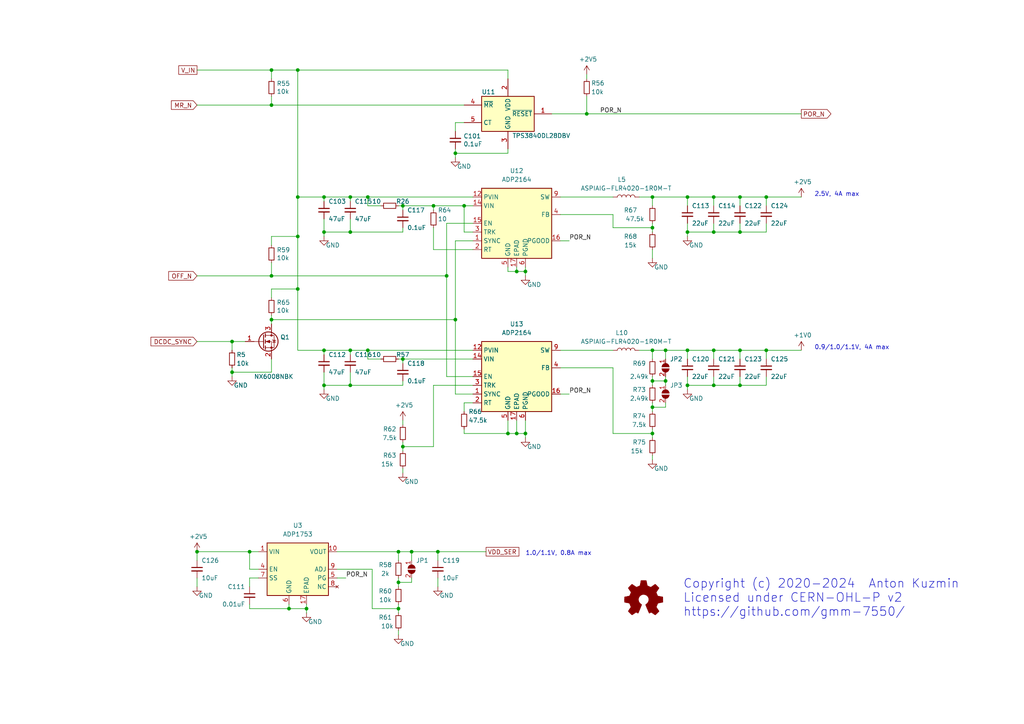
<source format=kicad_sch>
(kicad_sch (version 20230121) (generator eeschema)
  (paper "A4")
  (title_block (title "GateMate FPGA Module: GMM-7550") (date "2022-04-27") (rev "2.2"))
  (lib_symbols
    (symbol "Device:C_Small" (pin_numbers hide) (pin_names (offset 0.254) hide)
      (property "Reference" "C" (at 0.254 1.778 0))
      (property "Value" "Device_C_Small" (at 0.254 -2.032 0))
      (symbol "C_Small_0_1"
        (polyline (pts (xy -1.524 -0.508) (xy 1.524 -0.508)) (stroke (width 0.3302)))
        (polyline (pts (xy -1.524 0.508) (xy 1.524 0.508)) (stroke (width 0.3048)))
      )
      (symbol "C_Small_1_1"
        (pin passive line (at 0 2.54 270) (length 2.032) (name "~") (number "1"))
        (pin passive line (at 0 -2.54 90) (length 2.032) (name "~") (number "2"))
      )
    )
    (symbol "Device:L" (pin_numbers hide) (pin_names (offset 1.016) hide)
      (property "Reference" "L" (at -1.27 0 90))
      (property "Value" "Device_L" (at 1.905 0 90))
      (symbol "L_0_1"
        (arc (start 0 -2.54) (mid 0.6323 -1.905) (end 0 -1.27))
        (arc (start 0 -1.27) (mid 0.6323 -0.635) (end 0 0))
        (arc (start 0 0) (mid 0.6323 0.635) (end 0 1.27))
        (arc (start 0 1.27) (mid 0.6323 1.905) (end 0 2.54))
      )
      (symbol "L_1_1"
        (pin passive line (at 0 3.81 270) (length 1.27) (name "1") (number "1"))
        (pin passive line (at 0 -3.81 90) (length 1.27) (name "2") (number "2"))
      )
    )
    (symbol "Device:Q_NMOS_GSD" (pin_names (offset 0) hide)
      (property "Reference" "Q" (at 5.08 1.27 0))
      (property "Value" "Q_NMOS_GSD" (at 5.08 -1.27 0))
      (symbol "Q_NMOS_GSD_0_1"
        (polyline (pts (xy 0.254 0) (xy -2.54 0)))
        (polyline (pts (xy 0.254 1.905) (xy 0.254 -1.905)) (stroke (width 0.254)))
        (polyline (pts (xy 0.762 -1.27) (xy 0.762 -2.286)) (stroke (width 0.254)))
        (polyline (pts (xy 0.762 0.508) (xy 0.762 -0.508)) (stroke (width 0.254)))
        (polyline (pts (xy 0.762 2.286) (xy 0.762 1.27)) (stroke (width 0.254)))
        (polyline (pts (xy 2.54 2.54) (xy 2.54 1.778)))
        (polyline (pts (xy 2.54 -2.54) (xy 2.54 0) (xy 0.762 0)))
        (polyline (pts (xy 0.762 -1.778) (xy 3.302 -1.778) (xy 3.302 1.778) (xy 0.762 1.778)))
        (polyline (pts (xy 1.016 0) (xy 2.032 0.381) (xy 2.032 -0.381) (xy 1.016 0)) (fill (type outline)))
        (polyline (pts (xy 2.794 0.508) (xy 2.921 0.381) (xy 3.683 0.381) (xy 3.81 0.254)))
        (polyline (pts (xy 3.302 0.381) (xy 2.921 -0.254) (xy 3.683 -0.254) (xy 3.302 0.381)))
        (circle (center 1.651 0) (radius 2.794) (stroke (width 0.254)))
        (circle (center 2.54 -1.778) (radius 0.254) (fill (type outline)))
        (circle (center 2.54 1.778) (radius 0.254) (fill (type outline)))
      )
      (symbol "Q_NMOS_GSD_1_1"
        (pin input line (at -5.08 0 0) (length 2.54) (name "G") (number "1"))
        (pin passive line (at 2.54 -5.08 90) (length 2.54) (name "S") (number "2"))
        (pin passive line (at 2.54 5.08 270) (length 2.54) (name "D") (number "3"))
      )
    )
    (symbol "Device:R_Small" (pin_numbers hide) (pin_names (offset 0.254) hide)
      (property "Reference" "R" (at 0.762 0.508 0))
      (property "Value" "Device_R_Small" (at 0.762 -1.016 0))
      (symbol "R_Small_0_1"
        (rectangle (start -0.762 1.778) (end 0.762 -1.778) (stroke (width 0.2032)))
      )
      (symbol "R_Small_1_1"
        (pin passive line (at 0 2.54 270) (length 0.762) (name "~") (number "1"))
        (pin passive line (at 0 -2.54 90) (length 0.762) (name "~") (number "2"))
      )
    )
    (symbol "Graphic:Logo_Open_Hardware_Small" (pin_names (offset 1.016))
      (symbol "Logo_Open_Hardware_Small_0_1"
        (polyline (pts (xy 3.3528 -4.3434) (xy 3.302 -4.318) (xy 3.175 -4.2418) (xy 2.9972 -4.1148) (xy 2.7686 -3.9624) (xy 2.54 -3.81) (xy 2.3622 -3.7084) (xy 2.2352 -3.6068) (xy 2.1844 -3.5814) (xy 2.159 -3.6068) (xy 2.0574 -3.6576) (xy 1.905 -3.7338) (xy 1.8034 -3.7846) (xy 1.6764 -3.8354) (xy 1.6002 -3.8354) (xy 1.6002 -3.8354) (xy 1.5494 -3.7338) (xy 1.4732 -3.5306) (xy 1.3462 -3.302) (xy 1.2446 -3.0226) (xy 1.1176 -2.7178) (xy 0.9652 -2.413) (xy 0.8636 -2.1082) (xy 0.7366 -1.8288) (xy 0.6604 -1.6256) (xy 0.6096 -1.4732) (xy 0.5842 -1.397) (xy 0.5842 -1.397) (xy 0.6604 -1.3208) (xy 0.7874 -1.2446) (xy 1.0414 -1.016) (xy 1.2954 -0.6858) (xy 1.4478 -0.3302) (xy 1.524 0.0762) (xy 1.4732 0.4572) (xy 1.3208 0.8128) (xy 1.0668 1.143) (xy 0.762 1.3716) (xy 0.4064 1.524) (xy 0 1.5748) (xy -0.381 1.5494) (xy -0.7366 1.397) (xy -1.0668 1.143) (xy -1.2192 0.9906) (xy -1.397 0.6604) (xy -1.524 0.3048) (xy -1.524 0.2286) (xy -1.4986 -0.1778) (xy -1.397 -0.5334) (xy -1.1938 -0.8636) (xy -0.9144 -1.143) (xy -0.8636 -1.1684) (xy -0.7366 -1.27) (xy -0.635 -1.3462) (xy -0.5842 -1.397) (xy -1.0668 -2.5908) (xy -1.143 -2.794) (xy -1.2954 -3.1242) (xy -1.397 -3.4036) (xy -1.4986 -3.6322) (xy -1.5748 -3.7846) (xy -1.6002 -3.8354) (xy -1.6002 -3.8354) (xy -1.651 -3.8354) (xy -1.7272 -3.81) (xy -1.905 -3.7338) (xy -2.0066 -3.683) (xy -2.1336 -3.6068) (xy -2.2098 -3.5814) (xy -2.2606 -3.6068) (xy -2.3622 -3.683) (xy -2.54 -3.81) (xy -2.7686 -3.9624) (xy -2.9718 -4.0894) (xy -3.1496 -4.2164) (xy -3.302 -4.318) (xy -3.3528 -4.3434) (xy -3.3782 -4.3434) (xy -3.429 -4.318) (xy -3.5306 -4.2164) (xy -3.7084 -4.064) (xy -3.937 -3.8354) (xy -3.9624 -3.81) (xy -4.1656 -3.6068) (xy -4.318 -3.4544) (xy -4.4196 -3.3274) (xy -4.445 -3.2766) (xy -4.445 -3.2766) (xy -4.4196 -3.2258) (xy -4.318 -3.0734) (xy -4.2164 -2.8956) (xy -4.064 -2.667) (xy -3.6576 -2.0828) (xy -3.8862 -1.5494) (xy -3.937 -1.3716) (xy -4.0386 -1.1684) (xy -4.0894 -1.0414) (xy -4.1148 -0.9652) (xy -4.191 -0.9398) (xy -4.318 -0.9144) (xy -4.5466 -0.8636) (xy -4.8006 -0.8128) (xy -5.0546 -0.7874) (xy -5.2578 -0.7366) (xy -5.4356 -0.7112) (xy -5.5118 -0.6858) (xy -5.5118 -0.6858) (xy -5.5372 -0.635) (xy -5.5372 -0.5588) (xy -5.5372 -0.4318) (xy -5.5626 -0.2286) (xy -5.5626 0.0762) (xy -5.5626 0.127) (xy -5.5372 0.4064) (xy -5.5372 0.635) (xy -5.5372 0.762) (xy -5.5372 0.8382) (xy -5.5372 0.8382) (xy -5.461 0.8382) (xy -5.3086 0.889) (xy -5.08 0.9144) (xy -4.826 0.9652) (xy -4.8006 0.9906) (xy -4.5466 1.0414) (xy -4.318 1.0668) (xy -4.1656 1.1176) (xy -4.0894 1.143) (xy -4.0894 1.143) (xy -4.0386 1.2446) (xy -3.9624 1.4224) (xy -3.8608 1.6256) (xy -3.7846 1.8288) (xy -3.7084 2.0066) (xy -3.6576 2.159) (xy -3.6322 2.2098) (xy -3.6322 2.2098) (xy -3.683 2.286) (xy -3.7592 2.413) (xy -3.8862 2.5908) (xy -4.064 2.8194) (xy -4.064 2.8448) (xy -4.2164 3.0734) (xy -4.3434 3.2512) (xy -4.4196 3.3782) (xy -4.445 3.4544) (xy -4.445 3.4544) (xy -4.3942 3.5052) (xy -4.2926 3.6322) (xy -4.1148 3.81) (xy -3.937 4.0132) (xy -3.8608 4.064) (xy -3.6576 4.2926) (xy -3.5052 4.4196) (xy -3.4036 4.4958) (xy -3.3528 4.5212) (xy -3.3528 4.5212) (xy -3.302 4.4704) (xy -3.1496 4.3688) (xy -2.9718 4.2418) (xy -2.7432 4.0894) (xy -2.7178 4.0894) (xy -2.4892 3.937) (xy -2.3114 3.81) (xy -2.1844 3.7084) (xy -2.1336 3.683) (xy -2.1082 3.683) (xy -2.032 3.7084) (xy -1.8542 3.7592) (xy -1.6764 3.8354) (xy -1.4732 3.937) (xy -1.27 4.0132) (xy -1.143 4.064) (xy -1.0668 4.1148) (xy -1.0668 4.1148) (xy -1.0414 4.191) (xy -1.016 4.3434) (xy -0.9652 4.572) (xy -0.9144 4.8514) (xy -0.889 4.9022) (xy -0.8382 5.1562) (xy -0.8128 5.3848) (xy -0.7874 5.5372) (xy -0.762 5.588) (xy -0.7112 5.6134) (xy -0.5842 5.6134) (xy -0.4064 5.6134) (xy -0.1524 5.6134) (xy 0.0762 5.6134) (xy 0.3302 5.6134) (xy 0.5334 5.6134) (xy 0.6858 5.588) (xy 0.7366 5.588) (xy 0.7366 5.588) (xy 0.762 5.5118) (xy 0.8128 5.334) (xy 0.8382 5.1054) (xy 0.9144 4.826) (xy 0.9144 4.7752) (xy 0.9652 4.5212) (xy 1.016 4.2926) (xy 1.0414 4.1402) (xy 1.0668 4.0894) (xy 1.0668 4.0894) (xy 1.1938 4.0386) (xy 1.3716 3.9624) (xy 1.5748 3.8608) (xy 2.0828 3.6576) (xy 2.7178 4.0894) (xy 2.7686 4.1402) (xy 2.9972 4.2926) (xy 3.175 4.4196) (xy 3.302 4.4958) (xy 3.3782 4.5212) (xy 3.3782 4.5212) (xy 3.429 4.4704) (xy 3.556 4.3434) (xy 3.7338 4.191) (xy 3.9116 3.9878) (xy 4.064 3.8354) (xy 4.2418 3.6576) (xy 4.3434 3.556) (xy 4.4196 3.4798) (xy 4.4196 3.429) (xy 4.4196 3.4036) (xy 4.3942 3.3274) (xy 4.2926 3.2004) (xy 4.1656 2.9972) (xy 4.0132 2.794) (xy 3.8862 2.5908) (xy 3.7592 2.3876) (xy 3.6576 2.2352) (xy 3.6322 2.159) (xy 3.6322 2.1336) (xy 3.683 2.0066) (xy 3.7592 1.8288) (xy 3.8608 1.6002) (xy 4.064 1.1176) (xy 4.3942 1.0414) (xy 4.5974 1.016) (xy 4.8768 0.9652) (xy 5.1308 0.9144) (xy 5.5372 0.8382) (xy 5.5626 -0.6604) (xy 5.4864 -0.6858) (xy 5.4356 -0.6858) (xy 5.2832 -0.7366) (xy 5.0546 -0.762) (xy 4.8006 -0.8128) (xy 4.5974 -0.8636) (xy 4.3688 -0.9144) (xy 4.2164 -0.9398) (xy 4.1402 -0.9398) (xy 4.1148 -0.9652) (xy 4.064 -1.0668) (xy 3.9878 -1.2446) (xy 3.9116 -1.4478) (xy 3.81 -1.651) (xy 3.7338 -1.8542) (xy 3.683 -2.0066) (xy 3.6576 -2.0828) (xy 3.683 -2.1336) (xy 3.7846 -2.2606) (xy 3.8862 -2.4638) (xy 4.0386 -2.667) (xy 4.191 -2.8956) (xy 4.318 -3.0734) (xy 4.3942 -3.2004) (xy 4.445 -3.2766) (xy 4.4196 -3.3274) (xy 4.3434 -3.429) (xy 4.1656 -3.5814) (xy 3.937 -3.8354) (xy 3.8862 -3.8608) (xy 3.683 -4.064) (xy 3.5306 -4.2164) (xy 3.4036 -4.318) (xy 3.3528 -4.3434)) (fill (type outline)))
      )
    )
    (symbol "gmm:SolderJumper_2_Open_Small" (pin_names (offset 1.016))
      (property "Reference" "JP" (at 0 2.54 0))
      (property "Value" "SolderJumper_2_Open_Small" (at 0 -2.54 0))
      (symbol "SolderJumper_2_Open_Small_1_1"
        (arc (start -0.254 1.016) (mid -1.2656 0) (end -0.254 -1.016))
        (arc (start -0.254 1.016) (mid -1.2656 0) (end -0.254 -1.016) (fill (type outline)))
        (polyline (pts (xy -0.254 1.016) (xy -0.254 -1.016)))
        (polyline (pts (xy 0.254 1.016) (xy 0.254 -1.016)))
        (arc (start 0.254 -1.016) (mid 1.2656 0) (end 0.254 1.016))
        (arc (start 0.254 -1.016) (mid 1.2656 0) (end 0.254 1.016) (fill (type outline)))
        (pin passive line (at -2.54 0 0) (length 1.27) (name "~") (number "1"))
        (pin passive line (at 2.54 0 180) (length 1.27) (name "~") (number "2"))
      )
    )
    (symbol "gmm:TPS3840DLxxDBV"
      (property "Reference" "U" (at 0 0 0))
      (property "Value" "TPS3840DLxxDBV" (at 0 0 0))
      (symbol "TPS3840DLxxDBV_0_1"
        (rectangle (start -7.62 5.08) (end 7.62 -5.08) (stroke (width 0.254)) (fill (type background)))
      )
      (symbol "TPS3840DLxxDBV_1_1"
        (pin open_collector line (at 12.7 0 180) (length 5.08) (name "~{RESET}") (number "1"))
        (pin power_in line (at 0 10.16 270) (length 5.08) (name "VDD") (number "2"))
        (pin power_in line (at 0 -10.16 90) (length 5.08) (name "GND") (number "3"))
        (pin input line (at -12.7 2.54 0) (length 5.08) (name "~{MR}") (number "4"))
        (pin passive line (at -12.7 -2.54 0) (length 5.08) (name "CT") (number "5"))
      )
    )
    (symbol "gmm_v6:ADP1753"
      (property "Reference" "U" (at 0 0 0))
      (property "Value" "ADP1753" (at 0 0 0))
      (symbol "ADP1753_0_1"
        (rectangle (start -8.89 7.62) (end 8.89 -7.62) (stroke (width 0.254)) (fill (type background)))
      )
      (symbol "ADP1753_1_1"
        (pin power_in line (at -11.43 5.08 0) (length 2.54) (name "VIN") (number "1"))
        (pin power_out line (at 11.43 5.08 180) (length 2.54) (name "VOUT") (number "10"))
        (pin passive line (at 11.43 5.08 180) (length 2.54) hide (name "VOUT") (number "11"))
        (pin passive line (at 11.43 5.08 180) (length 2.54) hide (name "VOUT") (number "12"))
        (pin passive line (at 11.43 5.08 180) (length 2.54) hide (name "VOUT") (number "13"))
        (pin passive line (at 11.43 5.08 180) (length 2.54) hide (name "VOUT") (number "14"))
        (pin passive line (at -11.43 5.08 0) (length 2.54) hide (name "VIN") (number "15"))
        (pin passive line (at -11.43 5.08 0) (length 2.54) hide (name "VIN") (number "16"))
        (pin power_in line (at 2.54 -10.16 90) (length 2.54) (name "EPAD") (number "17"))
        (pin passive line (at -11.43 5.08 0) (length 2.54) hide (name "VIN") (number "2"))
        (pin passive line (at -11.43 5.08 0) (length 2.54) hide (name "VIN") (number "3"))
        (pin input line (at -11.43 0 0) (length 2.54) (name "EN") (number "4"))
        (pin open_collector line (at 11.43 -2.54 180) (length 2.54) (name "PG") (number "5"))
        (pin power_in line (at -2.54 -10.16 90) (length 2.54) (name "GND") (number "6"))
        (pin passive line (at -11.43 -2.54 0) (length 2.54) (name "SS") (number "7"))
        (pin no_connect line (at 11.43 -5.08 180) (length 2.54) (name "NC") (number "8"))
        (pin passive line (at 11.43 0 180) (length 2.54) (name "ADJ") (number "9"))
      )
    )
    (symbol "gmm_v6:ADP2164"
      (property "Reference" "U" (at 0 0 0))
      (property "Value" "ADP2164" (at 0 0 0))
      (symbol "ADP2164_0_1"
        (rectangle (start -10.16 10.16) (end 10.16 -10.16) (stroke (width 0.254)) (fill (type background)))
      )
      (symbol "ADP2164_1_1"
        (pin input line (at -12.7 -5.08 0) (length 2.54) (name "SYNC") (number "1"))
        (pin passive line (at 12.7 7.62 180) (length 2.54) hide (name "SW") (number "10"))
        (pin passive line (at 12.7 7.62 180) (length 2.54) hide (name "SW") (number "11"))
        (pin power_in line (at -12.7 7.62 0) (length 2.54) (name "PVIN") (number "12"))
        (pin passive line (at -12.7 7.62 0) (length 2.54) hide (name "PVIN") (number "13"))
        (pin passive line (at -12.7 5.08 0) (length 2.54) (name "VIN") (number "14"))
        (pin input line (at -12.7 0 0) (length 2.54) (name "EN") (number "15"))
        (pin open_collector line (at 12.7 -5.08 180) (length 2.54) (name "PGOOD") (number "16"))
        (pin power_in line (at 0 -12.7 90) (length 2.54) (name "EPAD") (number "17"))
        (pin input line (at -12.7 -7.62 0) (length 2.54) (name "RT") (number "2"))
        (pin input line (at -12.7 -2.54 0) (length 2.54) (name "TRK") (number "3"))
        (pin passive line (at 12.7 2.54 180) (length 2.54) (name "FB") (number "4"))
        (pin power_in line (at -2.54 -12.7 90) (length 2.54) (name "GND") (number "5"))
        (pin power_in line (at 2.54 -12.7 90) (length 2.54) (name "PGND") (number "6"))
        (pin passive line (at 2.54 -12.7 90) (length 2.54) hide (name "PGND") (number "7"))
        (pin passive line (at 2.54 -12.7 90) (length 2.54) hide (name "PGND") (number "8"))
        (pin passive line (at 12.7 7.62 180) (length 2.54) (name "SW") (number "9"))
      )
    )
    (symbol "power:+1V0" (power) (pin_names (offset 0))
      (property "Value" "power_+1V0" (at 0 3.556 0))
      (symbol "+1V0_0_1"
        (polyline (pts (xy -0.762 1.27) (xy 0 2.54)))
        (polyline (pts (xy 0 0) (xy 0 2.54)))
        (polyline (pts (xy 0 2.54) (xy 0.762 1.27)))
      )
      (symbol "+1V0_1_1"
        (pin power_in line (at 0 0 90) (length 0) hide (name "+1V0") (number "1"))
      )
    )
    (symbol "power:+2V5" (power) (pin_names (offset 0))
      (property "Value" "power_+2V5" (at 0 3.556 0))
      (symbol "+2V5_0_1"
        (polyline (pts (xy -0.762 1.27) (xy 0 2.54)))
        (polyline (pts (xy 0 0) (xy 0 2.54)))
        (polyline (pts (xy 0 2.54) (xy 0.762 1.27)))
      )
      (symbol "+2V5_1_1"
        (pin power_in line (at 0 0 90) (length 0) hide (name "+2V5") (number "1"))
      )
    )
    (symbol "power:GND" (power) (pin_names (offset 0))
      (property "Value" "power_GND" (at 0 -3.81 0))
      (symbol "GND_0_1"
        (polyline (pts (xy 0 0) (xy 0 -1.27) (xy 1.27 -1.27) (xy 0 -2.54) (xy -1.27 -1.27) (xy 0 -1.27)))
      )
      (symbol "GND_1_1"
        (pin power_in line (at 0 0 270) (length 0) hide (name "GND") (number "1"))
      )
    )
  )
  (junction (at 129.54 80.01))
  (junction (at 106.68 57.15))
  (junction (at 93.98 111.76))
  (junction (at 67.31 99.06))
  (junction (at 214.63 67.31))
  (junction (at 67.31 107.95))
  (junction (at 78.74 80.01))
  (junction (at 86.36 68.58))
  (junction (at 207.01 67.31))
  (junction (at 78.74 92.71))
  (junction (at 72.39 160.02))
  (junction (at 170.18 33.02))
  (junction (at 106.68 101.6))
  (junction (at 189.23 118.11))
  (junction (at 152.4 125.73))
  (junction (at 115.57 168.91))
  (junction (at 199.39 57.15))
  (junction (at 101.6 67.31))
  (junction (at 86.36 83.82))
  (junction (at 86.36 20.32))
  (junction (at 189.23 101.6))
  (junction (at 214.63 111.76))
  (junction (at 149.86 125.73))
  (junction (at 101.6 111.76))
  (junction (at 147.32 125.73))
  (junction (at 78.74 30.48))
  (junction (at 199.39 101.6))
  (junction (at 189.23 57.15))
  (junction (at 57.15 160.02))
  (junction (at 207.01 57.15))
  (junction (at 101.6 101.6))
  (junction (at 83.82 176.53))
  (junction (at 207.01 101.6))
  (junction (at 93.98 67.31))
  (junction (at 199.39 67.31))
  (junction (at 207.01 111.76))
  (junction (at 222.25 57.15))
  (junction (at 134.62 59.69))
  (junction (at 152.4 78.74))
  (junction (at 116.84 59.69))
  (junction (at 115.57 176.53))
  (junction (at 115.57 160.02))
  (junction (at 189.23 125.73))
  (junction (at 132.08 44.45))
  (junction (at 116.84 129.54))
  (junction (at 214.63 57.15))
  (junction (at 132.08 92.71))
  (junction (at 78.74 20.32))
  (junction (at 86.36 57.15))
  (junction (at 116.84 104.14))
  (junction (at 93.98 57.15))
  (junction (at 193.04 110.49))
  (junction (at 222.25 101.6))
  (junction (at 101.6 57.15))
  (junction (at 189.23 66.04))
  (junction (at 127 160.02))
  (junction (at 189.23 110.49))
  (junction (at 119.38 160.02))
  (junction (at 199.39 111.76))
  (junction (at 214.63 101.6))
  (junction (at 193.04 101.6))
  (junction (at 88.9 176.53))
  (junction (at 93.98 101.6))
  (junction (at 125.73 59.69))
  (junction (at 149.86 78.74))
  (wire (pts (xy 199.39 57.15) (xy 207.01 57.15)))
  (wire (pts (xy 134.62 116.84) (xy 137.16 116.84)))
  (wire (pts (xy 125.73 66.04) (xy 125.73 72.39)))
  (wire (pts (xy 214.63 57.15) (xy 222.25 57.15)))
  (wire (pts (xy 199.39 111.76) (xy 199.39 113.03)))
  (wire (pts (xy 72.39 175.26) (xy 72.39 176.53)))
  (wire (pts (xy 189.23 110.49) (xy 193.04 110.49)))
  (wire (pts (xy 207.01 109.22) (xy 207.01 111.76)))
  (wire (pts (xy 207.01 101.6) (xy 214.63 101.6)))
  (wire (pts (xy 101.6 67.31) (xy 116.84 67.31)))
  (wire (pts (xy 106.68 101.6) (xy 106.68 104.14)))
  (wire (pts (xy 132.08 38.1) (xy 132.08 35.56)))
  (wire (pts (xy 134.62 59.69) (xy 137.16 59.69)))
  (wire (pts (xy 214.63 101.6) (xy 214.63 104.14)))
  (wire (pts (xy 78.74 91.44) (xy 78.74 92.71)))
  (wire (pts (xy 199.39 64.77) (xy 199.39 67.31)))
  (wire (pts (xy 83.82 176.53) (xy 88.9 176.53)))
  (wire (pts (xy 127 160.02) (xy 140.97 160.02)))
  (wire (pts (xy 185.42 101.6) (xy 189.23 101.6)))
  (wire (pts (xy 107.95 165.1) (xy 107.95 176.53)))
  (wire (pts (xy 129.54 64.77) (xy 129.54 80.01)))
  (wire (pts (xy 101.6 101.6) (xy 101.6 102.87)))
  (wire (pts (xy 101.6 101.6) (xy 106.68 101.6)))
  (wire (pts (xy 147.32 20.32) (xy 147.32 22.86)))
  (wire (pts (xy 152.4 121.92) (xy 152.4 125.73)))
  (wire (pts (xy 132.08 92.71) (xy 132.08 114.3)))
  (wire (pts (xy 193.04 109.22) (xy 193.04 110.49)))
  (wire (pts (xy 86.36 57.15) (xy 86.36 20.32)))
  (wire (pts (xy 57.15 30.48) (xy 78.74 30.48)))
  (wire (pts (xy 115.57 167.64) (xy 115.57 168.91)))
  (wire (pts (xy 88.9 176.53) (xy 88.9 177.8)))
  (wire (pts (xy 72.39 160.02) (xy 74.93 160.02)))
  (wire (pts (xy 207.01 101.6) (xy 207.01 104.14)))
  (wire (pts (xy 199.39 111.76) (xy 207.01 111.76)))
  (wire (pts (xy 134.62 124.46) (xy 134.62 125.73)))
  (wire (pts (xy 170.18 21.59) (xy 170.18 22.86)))
  (wire (pts (xy 106.68 57.15) (xy 137.16 57.15)))
  (wire (pts (xy 125.73 111.76) (xy 137.16 111.76)))
  (wire (pts (xy 125.73 129.54) (xy 125.73 111.76)))
  (wire (pts (xy 86.36 20.32) (xy 147.32 20.32)))
  (wire (pts (xy 72.39 167.64) (xy 74.93 167.64)))
  (wire (pts (xy 78.74 30.48) (xy 134.62 30.48)))
  (wire (pts (xy 78.74 27.94) (xy 78.74 30.48)))
  (wire (pts (xy 214.63 67.31) (xy 222.25 67.31)))
  (wire (pts (xy 93.98 101.6) (xy 101.6 101.6)))
  (wire (pts (xy 129.54 80.01) (xy 129.54 109.22)))
  (wire (pts (xy 127 160.02) (xy 119.38 160.02)))
  (wire (pts (xy 199.39 101.6) (xy 199.39 104.14)))
  (wire (pts (xy 78.74 68.58) (xy 86.36 68.58)))
  (wire (pts (xy 78.74 20.32) (xy 86.36 20.32)))
  (wire (pts (xy 185.42 57.15) (xy 189.23 57.15)))
  (wire (pts (xy 101.6 57.15) (xy 106.68 57.15)))
  (wire (pts (xy 106.68 59.69) (xy 110.49 59.69)))
  (wire (pts (xy 116.84 110.49) (xy 116.84 111.76)))
  (wire (pts (xy 214.63 101.6) (xy 222.25 101.6)))
  (wire (pts (xy 222.25 64.77) (xy 222.25 67.31)))
  (wire (pts (xy 207.01 57.15) (xy 214.63 57.15)))
  (wire (pts (xy 115.57 175.26) (xy 115.57 176.53)))
  (wire (pts (xy 189.23 66.04) (xy 189.23 67.31)))
  (wire (pts (xy 78.74 86.36) (xy 78.74 83.82)))
  (wire (pts (xy 78.74 68.58) (xy 78.74 71.12)))
  (wire (pts (xy 207.01 64.77) (xy 207.01 67.31)))
  (wire (pts (xy 189.23 125.73) (xy 189.23 127)))
  (wire (pts (xy 78.74 80.01) (xy 129.54 80.01)))
  (wire (pts (xy 72.39 170.18) (xy 72.39 167.64)))
  (wire (pts (xy 86.36 83.82) (xy 86.36 101.6)))
  (wire (pts (xy 132.08 35.56) (xy 134.62 35.56)))
  (wire (pts (xy 129.54 64.77) (xy 137.16 64.77)))
  (wire (pts (xy 149.86 77.47) (xy 149.86 78.74)))
  (wire (pts (xy 78.74 83.82) (xy 86.36 83.82)))
  (wire (pts (xy 93.98 107.95) (xy 93.98 111.76)))
  (wire (pts (xy 214.63 111.76) (xy 222.25 111.76)))
  (wire (pts (xy 134.62 67.31) (xy 134.62 59.69)))
  (wire (pts (xy 115.57 160.02) (xy 115.57 162.56)))
  (wire (pts (xy 152.4 78.74) (xy 152.4 80.01)))
  (wire (pts (xy 101.6 57.15) (xy 101.6 58.42)))
  (wire (pts (xy 57.15 160.02) (xy 72.39 160.02)))
  (wire (pts (xy 162.56 114.3) (xy 165.1 114.3)))
  (wire (pts (xy 177.8 106.68) (xy 177.8 125.73)))
  (wire (pts (xy 93.98 101.6) (xy 86.36 101.6)))
  (wire (pts (xy 189.23 116.84) (xy 189.23 118.11)))
  (wire (pts (xy 222.25 101.6) (xy 232.41 101.6)))
  (wire (pts (xy 222.25 101.6) (xy 222.25 104.14)))
  (wire (pts (xy 222.25 57.15) (xy 222.25 59.69)))
  (wire (pts (xy 106.68 57.15) (xy 106.68 59.69)))
  (wire (pts (xy 149.86 125.73) (xy 152.4 125.73)))
  (wire (pts (xy 57.15 20.32) (xy 78.74 20.32)))
  (wire (pts (xy 93.98 102.87) (xy 93.98 101.6)))
  (wire (pts (xy 106.68 104.14) (xy 110.49 104.14)))
  (wire (pts (xy 177.8 66.04) (xy 189.23 66.04)))
  (wire (pts (xy 93.98 57.15) (xy 101.6 57.15)))
  (wire (pts (xy 129.54 109.22) (xy 137.16 109.22)))
  (wire (pts (xy 107.95 176.53) (xy 115.57 176.53)))
  (wire (pts (xy 57.15 162.56) (xy 57.15 160.02)))
  (wire (pts (xy 214.63 57.15) (xy 214.63 59.69)))
  (wire (pts (xy 72.39 165.1) (xy 72.39 160.02)))
  (wire (pts (xy 97.79 160.02) (xy 115.57 160.02)))
  (wire (pts (xy 162.56 106.68) (xy 177.8 106.68)))
  (wire (pts (xy 93.98 58.42) (xy 93.98 57.15)))
  (wire (pts (xy 189.23 57.15) (xy 199.39 57.15)))
  (wire (pts (xy 214.63 109.22) (xy 214.63 111.76)))
  (wire (pts (xy 97.79 167.64) (xy 100.33 167.64)))
  (wire (pts (xy 193.04 101.6) (xy 199.39 101.6)))
  (wire (pts (xy 67.31 99.06) (xy 71.12 99.06)))
  (wire (pts (xy 78.74 22.86) (xy 78.74 20.32)))
  (wire (pts (xy 67.31 106.68) (xy 67.31 107.95)))
  (wire (pts (xy 152.4 78.74) (xy 152.4 77.47)))
  (wire (pts (xy 116.84 104.14) (xy 137.16 104.14)))
  (wire (pts (xy 189.23 124.46) (xy 189.23 125.73)))
  (wire (pts (xy 101.6 111.76) (xy 116.84 111.76)))
  (wire (pts (xy 189.23 109.22) (xy 189.23 110.49)))
  (wire (pts (xy 119.38 160.02) (xy 119.38 162.56)))
  (wire (pts (xy 116.84 128.27) (xy 116.84 129.54)))
  (wire (pts (xy 86.36 68.58) (xy 86.36 57.15)))
  (wire (pts (xy 83.82 175.26) (xy 83.82 176.53)))
  (wire (pts (xy 57.15 167.64) (xy 57.15 170.18)))
  (wire (pts (xy 222.25 109.22) (xy 222.25 111.76)))
  (wire (pts (xy 125.73 59.69) (xy 125.73 60.96)))
  (wire (pts (xy 101.6 67.31) (xy 101.6 63.5)))
  (wire (pts (xy 199.39 101.6) (xy 207.01 101.6)))
  (wire (pts (xy 149.86 121.92) (xy 149.86 125.73)))
  (wire (pts (xy 162.56 62.23) (xy 177.8 62.23)))
  (wire (pts (xy 106.68 101.6) (xy 137.16 101.6)))
  (wire (pts (xy 189.23 57.15) (xy 189.23 59.69)))
  (wire (pts (xy 115.57 176.53) (xy 115.57 177.8)))
  (wire (pts (xy 115.57 182.88) (xy 115.57 184.15)))
  (wire (pts (xy 116.84 104.14) (xy 116.84 105.41)))
  (wire (pts (xy 78.74 107.95) (xy 78.74 104.14)))
  (wire (pts (xy 132.08 43.18) (xy 132.08 44.45)))
  (wire (pts (xy 116.84 129.54) (xy 125.73 129.54)))
  (wire (pts (xy 152.4 125.73) (xy 152.4 127)))
  (wire (pts (xy 134.62 125.73) (xy 147.32 125.73)))
  (wire (pts (xy 170.18 27.94) (xy 170.18 33.02)))
  (wire (pts (xy 72.39 176.53) (xy 83.82 176.53)))
  (wire (pts (xy 189.23 118.11) (xy 189.23 119.38)))
  (wire (pts (xy 127 167.64) (xy 127 170.18)))
  (wire (pts (xy 160.02 33.02) (xy 170.18 33.02)))
  (wire (pts (xy 199.39 57.15) (xy 199.39 59.69)))
  (wire (pts (xy 193.04 118.11) (xy 189.23 118.11)))
  (wire (pts (xy 147.32 77.47) (xy 147.32 78.74)))
  (wire (pts (xy 132.08 44.45) (xy 132.08 45.72)))
  (wire (pts (xy 189.23 101.6) (xy 189.23 104.14)))
  (wire (pts (xy 93.98 57.15) (xy 86.36 57.15)))
  (wire (pts (xy 115.57 168.91) (xy 115.57 170.18)))
  (wire (pts (xy 147.32 43.18) (xy 147.32 44.45)))
  (wire (pts (xy 78.74 92.71) (xy 78.74 93.98)))
  (wire (pts (xy 177.8 125.73) (xy 189.23 125.73)))
  (wire (pts (xy 147.32 44.45) (xy 132.08 44.45)))
  (wire (pts (xy 162.56 101.6) (xy 177.8 101.6)))
  (wire (pts (xy 57.15 99.06) (xy 67.31 99.06)))
  (wire (pts (xy 93.98 67.31) (xy 101.6 67.31)))
  (wire (pts (xy 193.04 116.84) (xy 193.04 118.11)))
  (wire (pts (xy 127 162.56) (xy 127 160.02)))
  (wire (pts (xy 222.25 57.15) (xy 232.41 57.15)))
  (wire (pts (xy 189.23 72.39) (xy 189.23 74.93)))
  (wire (pts (xy 57.15 80.01) (xy 78.74 80.01)))
  (wire (pts (xy 101.6 111.76) (xy 101.6 107.95)))
  (wire (pts (xy 119.38 167.64) (xy 119.38 168.91)))
  (wire (pts (xy 115.57 59.69) (xy 116.84 59.69)))
  (wire (pts (xy 93.98 63.5) (xy 93.98 67.31)))
  (wire (pts (xy 93.98 67.31) (xy 93.98 68.58)))
  (wire (pts (xy 214.63 111.76) (xy 207.01 111.76)))
  (wire (pts (xy 132.08 114.3) (xy 137.16 114.3)))
  (wire (pts (xy 189.23 101.6) (xy 193.04 101.6)))
  (wire (pts (xy 116.84 59.69) (xy 125.73 59.69)))
  (wire (pts (xy 119.38 160.02) (xy 115.57 160.02)))
  (wire (pts (xy 116.84 66.04) (xy 116.84 67.31)))
  (wire (pts (xy 199.39 67.31) (xy 199.39 68.58)))
  (wire (pts (xy 132.08 69.85) (xy 132.08 92.71)))
  (wire (pts (xy 199.39 109.22) (xy 199.39 111.76)))
  (wire (pts (xy 177.8 62.23) (xy 177.8 66.04)))
  (wire (pts (xy 116.84 135.89) (xy 116.84 137.16)))
  (wire (pts (xy 116.84 121.92) (xy 116.84 123.19)))
  (wire (pts (xy 67.31 107.95) (xy 78.74 107.95)))
  (wire (pts (xy 78.74 92.71) (xy 132.08 92.71)))
  (wire (pts (xy 147.32 125.73) (xy 149.86 125.73)))
  (wire (pts (xy 152.4 78.74) (xy 149.86 78.74)))
  (wire (pts (xy 67.31 107.95) (xy 67.31 109.22)))
  (wire (pts (xy 189.23 132.08) (xy 189.23 133.35)))
  (wire (pts (xy 67.31 99.06) (xy 67.31 101.6)))
  (wire (pts (xy 193.04 110.49) (xy 193.04 111.76)))
  (wire (pts (xy 199.39 67.31) (xy 207.01 67.31)))
  (wire (pts (xy 147.32 121.92) (xy 147.32 125.73)))
  (wire (pts (xy 132.08 69.85) (xy 137.16 69.85)))
  (wire (pts (xy 119.38 168.91) (xy 115.57 168.91)))
  (wire (pts (xy 115.57 104.14) (xy 116.84 104.14)))
  (wire (pts (xy 86.36 68.58) (xy 86.36 83.82)))
  (wire (pts (xy 125.73 72.39) (xy 137.16 72.39)))
  (wire (pts (xy 74.93 165.1) (xy 72.39 165.1)))
  (wire (pts (xy 162.56 57.15) (xy 177.8 57.15)))
  (wire (pts (xy 134.62 119.38) (xy 134.62 116.84)))
  (wire (pts (xy 170.18 33.02) (xy 232.41 33.02)))
  (wire (pts (xy 149.86 78.74) (xy 147.32 78.74)))
  (wire (pts (xy 137.16 67.31) (xy 134.62 67.31)))
  (wire (pts (xy 207.01 57.15) (xy 207.01 59.69)))
  (wire (pts (xy 93.98 111.76) (xy 93.98 113.03)))
  (wire (pts (xy 93.98 111.76) (xy 101.6 111.76)))
  (wire (pts (xy 116.84 129.54) (xy 116.84 130.81)))
  (wire (pts (xy 193.04 101.6) (xy 193.04 104.14)))
  (wire (pts (xy 162.56 69.85) (xy 165.1 69.85)))
  (wire (pts (xy 97.79 165.1) (xy 107.95 165.1)))
  (wire (pts (xy 189.23 110.49) (xy 189.23 111.76)))
  (wire (pts (xy 116.84 59.69) (xy 116.84 60.96)))
  (wire (pts (xy 78.74 76.2) (xy 78.74 80.01)))
  (wire (pts (xy 125.73 59.69) (xy 134.62 59.69)))
  (wire (pts (xy 214.63 67.31) (xy 207.01 67.31)))
  (wire (pts (xy 189.23 64.77) (xy 189.23 66.04)))
  (wire (pts (xy 214.63 64.77) (xy 214.63 67.31)))
  (wire (pts (xy 88.9 175.26) (xy 88.9 176.53)))
  (text "2.5V, 4A max" (at 236.22 57.15 0) (effects (font (size 1.27 1.27)) (justify left bottom)))
  (text "1.0/1.1V, 0.8A max" (at 152.4 161.29 0) (effects (font (size 1.27 1.27)) (justify left bottom)))
  (text "0.9/1.0/1.1V, 4A max" (at 236.22 101.6 0) (effects (font (size 1.27 1.27)) (justify left bottom)))
  (text "Copyright (c) 2020-2024  Anton Kuzmin\nLicensed under CERN-OHL-P v2\nhttps://github.com/gmm-7550/" (at 198.12 179.07 0) (effects (font (size 2.54 2.54)) (justify left bottom)))
  (label "POR_N" (at 100.33 167.64 0))
  (label "POR_N" (at 165.1 69.85 0))
  (label "POR_N" (at 165.1 114.3 0))
  (label "POR_N" (at 173.99 33.02 0))
  (global_label "POR_N" (shape output) (at 232.41 33.02 0) (property "Intersheetrefs" "${INTERSHEET_REFS}" (effects hide)))
  (global_label "OFF_N" (shape input) (at 57.15 80.01 180) (property "Intersheetrefs" "${INTERSHEET_REFS}" (effects hide)))
  (global_label "VDD_SER" (shape passive) (at 140.97 160.02 0) (property "Intersheetrefs" "${INTERSHEET_REFS}" (effects hide)))
  (global_label "MR_N" (shape input) (at 57.15 30.48 180) (property "Intersheetrefs" "${INTERSHEET_REFS}" (effects hide)))
  (global_label "V_IN" (shape passive) (at 57.15 20.32 180) (property "Intersheetrefs" "${INTERSHEET_REFS}" (effects hide)))
  (global_label "DCDC_SYNC" (shape input) (at 57.15 99.06 180) (property "Intersheetrefs" "${INTERSHEET_REFS}" (effects hide)))
  (symbol (lib_id "gmm:TPS3840DLxxDBV") (at 147.32 33.02 0) (unit 1)
    (property "Reference" "U11" (at 139.7 26.67 0) (effects (justify left)))
    (property "Value" "TPS3840DL28DBV" (at 148.59 39.37 0) (effects (justify left)))
    (property "Footprint" "Package_TO_SOT_SMD:SOT-23-5" (effects hide))
  )
  (symbol (lib_id "Device:C_Small") (at 132.08 40.64 0) (unit 1)
    (property "Reference" "C101" (at 134.4168 39.4716 0) (effects (justify left)))
    (property "Value" "0.1uF" (at 134.4168 41.783 0) (effects (justify left)))
    (property "Footprint" "Capacitor_SMD:C_0402_1005Metric" (effects hide))
  )
  (symbol (lib_id "power:GND") (at 132.08 45.72 0) (unit 1)
    (property "Reference" "#PWR0158" (effects hide))
    (property "Value" "GND" (at 134.62 48.26 0))
  )
  (symbol (lib_id "Device:R_Small") (at 78.74 25.4 0) (unit 1)
    (property "Reference" "R55" (at 80.2386 24.2316 0) (effects (justify left)))
    (property "Value" "10k" (at 80.2386 26.543 0) (effects (justify left)))
    (property "Footprint" "Resistor_SMD:R_0402_1005Metric" (effects hide))
  )
  (symbol (lib_id "Device:R_Small") (at 170.18 25.4 0) (unit 1)
    (property "Reference" "R56" (at 171.45 24.13 0) (effects (justify left)))
    (property "Value" "10k" (at 171.45 26.67 0) (effects (justify left)))
    (property "Footprint" "Resistor_SMD:R_0402_1005Metric" (effects hide))
  )
  (symbol (lib_id "power:+2V5") (at 170.18 21.59 0) (unit 1)
    (property "Reference" "#PWR0159" (effects hide))
    (property "Value" "+2V5" (at 170.561 17.1958 0))
  )
  (symbol (lib_id "gmm:SolderJumper_2_Open_Small") (at 193.04 106.68 270) (unit 1)
    (property "Reference" "JP2" (at 194.31 104.14 90) (effects (justify left)))
    (property "Value" "SolderJumper_2_Open_Small" (effects hide))
    (property "Footprint" "Jumper:SolderJumper-2_P1.3mm_Open_RoundedPad1.0x1.5mm" (effects hide))
  )
  (symbol (lib_id "gmm:SolderJumper_2_Open_Small") (at 193.04 114.3 270) (unit 1)
    (property "Reference" "JP3" (at 194.31 111.76 90) (effects (justify left)))
    (property "Value" "SolderJumper_2_Open_Small" (effects hide))
    (property "Footprint" "Jumper:SolderJumper-2_P1.3mm_Open_RoundedPad1.0x1.5mm" (effects hide))
  )
  (symbol (lib_id "Device:C_Small") (at 93.98 60.96 0) (unit 1)
    (property "Reference" "C103" (at 95.25 58.42 0) (effects (justify left)))
    (property "Value" "47uF" (at 95.25 63.5 0) (effects (justify left)))
    (property "Footprint" "Capacitor_SMD:C_1210_3225Metric" (effects hide))
  )
  (symbol (lib_id "power:GND") (at 152.4 80.01 0) (unit 1)
    (property "Reference" "#PWR030" (effects hide))
    (property "Value" "GND" (at 154.94 82.55 0))
  )
  (symbol (lib_id "Device:R_Small") (at 189.23 106.68 0) (unit 1)
    (property "Reference" "R69" (at 185.42 105.41 0))
    (property "Value" "2.49k" (at 185.42 109.22 0))
    (property "Footprint" "Resistor_SMD:R_0402_1005Metric" (effects hide))
  )
  (symbol (lib_id "Device:R_Small") (at 189.23 114.3 0) (unit 1)
    (property "Reference" "R73" (at 185.42 113.03 0))
    (property "Value" "2.49k" (at 185.42 115.57 0))
    (property "Footprint" "Resistor_SMD:R_0402_1005Metric" (effects hide))
  )
  (symbol (lib_id "Device:R_Small") (at 189.23 121.92 0) (unit 1)
    (property "Reference" "R74" (at 185.42 120.65 0))
    (property "Value" "7.5k" (at 185.42 123.19 0))
    (property "Footprint" "Resistor_SMD:R_0402_1005Metric" (effects hide))
  )
  (symbol (lib_id "Device:R_Small") (at 189.23 129.54 0) (unit 1)
    (property "Reference" "R75" (at 185.42 128.27 0))
    (property "Value" "15k" (at 182.88 130.81 0) (effects (justify left)))
    (property "Footprint" "Resistor_SMD:R_0402_1005Metric" (effects hide))
  )
  (symbol (lib_id "power:GND") (at 189.23 133.35 0) (unit 1)
    (property "Reference" "#PWR035" (effects hide))
    (property "Value" "GND" (at 191.77 135.89 0))
  )
  (symbol (lib_id "power:GND") (at 93.98 68.58 0) (unit 1)
    (property "Reference" "#PWR022" (effects hide))
    (property "Value" "GND" (at 96.52 71.12 0))
  )
  (symbol (lib_id "Device:R_Small") (at 78.74 88.9 0) (unit 1)
    (property "Reference" "R65" (at 80.2386 87.7316 0) (effects (justify left)))
    (property "Value" "10k" (at 80.2386 90.043 0) (effects (justify left)))
    (property "Footprint" "Resistor_SMD:R_0402_1005Metric" (effects hide))
  )
  (symbol (lib_id "power:GND") (at 199.39 68.58 0) (unit 1)
    (property "Reference" "#PWR025" (effects hide))
    (property "Value" "GND" (at 201.93 71.12 0))
  )
  (symbol (lib_id "Device:C_Small") (at 199.39 62.23 0) (unit 1)
    (property "Reference" "C113" (at 200.66 59.69 0) (effects (justify left)))
    (property "Value" "22uF" (at 200.66 64.77 0) (effects (justify left)))
    (property "Footprint" "Capacitor_SMD:C_1206_3216Metric" (effects hide))
  )
  (symbol (lib_id "Device:C_Small") (at 207.01 62.23 0) (unit 1)
    (property "Reference" "C114" (at 208.28 59.69 0) (effects (justify left)))
    (property "Value" "22uF" (at 208.28 64.77 0) (effects (justify left)))
    (property "Footprint" "Capacitor_SMD:C_1206_3216Metric" (effects hide))
  )
  (symbol (lib_id "Graphic:Logo_Open_Hardware_Small") (at 186.69 173.99 0) (unit 1)
    (property "Reference" "#LOGO5" (effects hide))
    (property "Value" "Logo_Open_Hardware_Small" (effects hide))
  )
  (symbol (lib_id "Device:R_Small") (at 78.74 73.66 0) (unit 1)
    (property "Reference" "R59" (at 80.2386 72.4916 0) (effects (justify left)))
    (property "Value" "10k" (at 80.2386 74.803 0) (effects (justify left)))
    (property "Footprint" "Resistor_SMD:R_0402_1005Metric" (effects hide))
  )
  (symbol (lib_id "power:+2V5") (at 232.41 57.15 0) (unit 1)
    (property "Reference" "#PWR0165" (effects hide))
    (property "Value" "+2V5" (at 232.791 52.7558 0))
  )
  (symbol (lib_id "power:+1V0") (at 232.41 101.6 0) (unit 1)
    (property "Reference" "#PWR0167" (effects hide))
    (property "Value" "+1V0" (at 232.791 97.2058 0))
  )
  (symbol (lib_id "power:GND") (at 199.39 113.03 0) (unit 1)
    (property "Reference" "#PWR0177" (effects hide))
    (property "Value" "GND" (at 201.93 115.57 0))
  )
  (symbol (lib_id "Device:C_Small") (at 101.6 60.96 0) (unit 1)
    (property "Reference" "C115" (at 102.87 58.42 0) (effects (justify left)))
    (property "Value" "47uF" (at 102.87 63.5 0) (effects (justify left)))
    (property "Footprint" "Capacitor_SMD:C_1210_3225Metric" (effects hide))
  )
  (symbol (lib_id "Device:C_Small") (at 222.25 62.23 0) (unit 1)
    (property "Reference" "C124" (at 223.52 59.69 0) (effects (justify left)))
    (property "Value" "22uF" (at 223.52 64.77 0) (effects (justify left)))
    (property "Footprint" "Capacitor_SMD:C_1206_3216Metric" (effects hide))
  )
  (symbol (lib_id "Device:C_Small") (at 199.39 106.68 0) (unit 1)
    (property "Reference" "C120" (at 200.66 104.14 0) (effects (justify left)))
    (property "Value" "22uF" (at 200.66 109.22 0) (effects (justify left)))
    (property "Footprint" "Capacitor_SMD:C_1206_3216Metric" (effects hide))
  )
  (symbol (lib_id "Device:Q_NMOS_GSD") (at 76.2 99.06 0) (unit 1)
    (property "Reference" "Q1" (at 81.28 97.79 0) (effects (justify left)))
    (property "Value" "NX6008NBK" (at 73.66 109.22 0) (effects (justify left)))
    (property "Footprint" "Package_TO_SOT_SMD:SOT-23" (effects hide))
  )
  (symbol (lib_id "Device:R_Small") (at 115.57 172.72 0) (unit 1)
    (property "Reference" "R60" (at 111.76 171.45 0))
    (property "Value" "10k" (at 111.76 173.99 0))
    (property "Footprint" "Resistor_SMD:R_0402_1005Metric" (effects hide))
  )
  (symbol (lib_id "Device:R_Small") (at 67.31 104.14 0) (unit 1)
    (property "Reference" "R5" (at 68.58 102.87 0) (effects (justify left)))
    (property "Value" "10k" (at 68.58 105.41 0) (effects (justify left)))
    (property "Footprint" "Resistor_SMD:R_0402_1005Metric" (effects hide))
  )
  (symbol (lib_id "gmm_v6:ADP2164") (at 149.86 109.22 0) (unit 1)
    (property "Reference" "U13" (at 149.86 93.98 0))
    (property "Value" "ADP2164" (at 149.86 96.52 0))
    (property "Footprint" "Package_DFN_QFN:QFN-16-1EP_4x4mm_P0.65mm_EP2.5x2.5mm_ThermalVias" (effects hide))
    (property "Datasheet" "https://www.analog.com/media/en/technical-documentation/data-sheets/ADP2164.PDF" (effects hide))
  )
  (symbol (lib_id "Device:R_Small") (at 116.84 133.35 0) (unit 1)
    (property "Reference" "R63" (at 113.03 132.08 0))
    (property "Value" "15k" (at 110.49 134.62 0) (effects (justify left)))
    (property "Footprint" "Resistor_SMD:R_0402_1005Metric" (effects hide))
  )
  (symbol (lib_id "Device:C_Small") (at 127 165.1 0) (unit 1)
    (property "Reference" "C119" (at 128.27 162.56 0) (effects (justify left)))
    (property "Value" "10uF" (at 128.27 167.64 0) (effects (justify left)))
    (property "Footprint" "Capacitor_SMD:C_0805_2012Metric" (effects hide))
  )
  (symbol (lib_id "power:+2V5") (at 116.84 121.92 0) (unit 1)
    (property "Reference" "#PWR0163" (effects hide))
    (property "Value" "+2V5" (at 117.221 117.5258 0))
  )
  (symbol (lib_id "Device:R_Small") (at 134.62 121.92 0) (unit 1)
    (property "Reference" "R66" (at 135.89 119.38 0) (effects (justify left)))
    (property "Value" "47.5k" (at 135.89 121.92 0) (effects (justify left)))
    (property "Footprint" "Resistor_SMD:R_0402_1005Metric" (effects hide))
  )
  (symbol (lib_id "Device:C_Small") (at 93.98 105.41 0) (unit 1)
    (property "Reference" "C112" (at 95.25 102.87 0) (effects (justify left)))
    (property "Value" "47uF" (at 95.25 107.95 0) (effects (justify left)))
    (property "Footprint" "Capacitor_SMD:C_1210_3225Metric" (effects hide))
  )
  (symbol (lib_id "Device:C_Small") (at 116.84 63.5 0) (unit 1)
    (property "Reference" "C117" (at 118.11 60.96 0) (effects (justify left)))
    (property "Value" "0.1uF" (at 118.11 66.04 0) (effects (justify left)))
    (property "Footprint" "Capacitor_SMD:C_0402_1005Metric" (effects hide))
  )
  (symbol (lib_id "gmm_v6:ADP1753") (at 86.36 165.1 0) (unit 1)
    (property "Reference" "U3" (at 86.36 152.4 0))
    (property "Value" "ADP1753" (at 86.36 154.94 0))
    (property "Footprint" "Package_DFN_QFN:QFN-16-1EP_4x4mm_P0.65mm_EP2.1x2.1mm_ThermalVias" (effects hide))
  )
  (symbol (lib_id "Device:R_Small") (at 113.03 59.69 270) (unit 1)
    (property "Reference" "R26" (at 116.84 58.42 90))
    (property "Value" "10" (at 109.22 58.42 90))
    (property "Footprint" "Resistor_SMD:R_0402_1005Metric" (effects hide))
  )
  (symbol (lib_id "power:GND") (at 115.57 184.15 0) (unit 1)
    (property "Reference" "#PWR0169" (effects hide))
    (property "Value" "GND" (at 118.11 186.69 0))
  )
  (symbol (lib_id "Device:C_Small") (at 222.25 106.68 0) (unit 1)
    (property "Reference" "C125" (at 223.52 104.14 0) (effects (justify left)))
    (property "Value" "22uF" (at 223.52 109.22 0) (effects (justify left)))
    (property "Footprint" "Capacitor_SMD:C_1206_3216Metric" (effects hide))
  )
  (symbol (lib_id "Device:R_Small") (at 125.73 63.5 0) (unit 1)
    (property "Reference" "R64" (at 127 60.96 0) (effects (justify left)))
    (property "Value" "10" (at 127 63.5 0) (effects (justify left)))
    (property "Footprint" "Resistor_SMD:R_0402_1005Metric" (effects hide))
  )
  (symbol (lib_id "power:GND") (at 189.23 74.93 0) (unit 1)
    (property "Reference" "#PWR0178" (effects hide))
    (property "Value" "GND" (at 191.77 77.47 0))
  )
  (symbol (lib_id "Device:L") (at 181.61 101.6 90) (unit 1)
    (property "Reference" "L10" (at 180.34 96.52 90))
    (property "Value" "ASPIAIG-FLR4020-1R0M-T" (at 181.61 99.06 90))
    (property "Footprint" "gmm:L_Abracon_F4020_4.1x4.1mm" (effects hide))
  )
  (symbol (lib_id "power:GND") (at 127 170.18 0) (unit 1)
    (property "Reference" "#PWR0168" (effects hide))
    (property "Value" "GND" (at 129.54 172.72 0))
  )
  (symbol (lib_id "power:GND") (at 67.31 109.22 0) (unit 1)
    (property "Reference" "#PWR0164" (effects hide))
    (property "Value" "GND" (at 69.85 111.76 0))
  )
  (symbol (lib_id "Device:R_Small") (at 116.84 125.73 0) (unit 1)
    (property "Reference" "R62" (at 113.03 124.46 0))
    (property "Value" "7.5k" (at 113.03 127 0))
    (property "Footprint" "Resistor_SMD:R_0402_1005Metric" (effects hide))
  )
  (symbol (lib_id "power:GND") (at 88.9 177.8 0) (unit 1)
    (property "Reference" "#PWR0170" (effects hide))
    (property "Value" "GND" (at 91.44 180.34 0))
  )
  (symbol (lib_id "Device:R_Small") (at 189.23 62.23 0) (unit 1)
    (property "Reference" "R67" (at 182.88 60.96 0))
    (property "Value" "47.5k" (at 184.15 63.5 0))
    (property "Footprint" "Resistor_SMD:R_0402_1005Metric" (effects hide))
  )
  (symbol (lib_id "Device:C_Small") (at 207.01 106.68 0) (unit 1)
    (property "Reference" "C121" (at 208.28 104.14 0) (effects (justify left)))
    (property "Value" "22uF" (at 208.28 109.22 0) (effects (justify left)))
    (property "Footprint" "Capacitor_SMD:C_1206_3216Metric" (effects hide))
  )
  (symbol (lib_id "Device:C_Small") (at 57.15 165.1 0) (unit 1)
    (property "Reference" "C126" (at 58.42 162.56 0) (effects (justify left)))
    (property "Value" "10uF" (at 58.42 167.64 0) (effects (justify left)))
    (property "Footprint" "Capacitor_SMD:C_0805_2012Metric" (effects hide))
  )
  (symbol (lib_id "gmm_v6:ADP2164") (at 149.86 64.77 0) (unit 1)
    (property "Reference" "U12" (at 149.86 49.53 0))
    (property "Value" "ADP2164" (at 149.86 52.07 0))
    (property "Footprint" "Package_DFN_QFN:QFN-16-1EP_4x4mm_P0.65mm_EP2.5x2.5mm_ThermalVias" (effects hide))
    (property "Datasheet" "https://www.analog.com/media/en/technical-documentation/data-sheets/ADP2164.PDF" (effects hide))
  )
  (symbol (lib_id "power:GND") (at 116.84 137.16 0) (unit 1)
    (property "Reference" "#PWR0162" (effects hide))
    (property "Value" "GND" (at 119.38 139.7 0))
  )
  (symbol (lib_id "Device:R_Small") (at 189.23 69.85 0) (unit 1)
    (property "Reference" "R68" (at 182.88 68.58 0))
    (property "Value" "15k" (at 182.88 71.12 0))
    (property "Footprint" "Resistor_SMD:R_0402_1005Metric" (effects hide))
  )
  (symbol (lib_id "Device:C_Small") (at 116.84 107.95 0) (unit 1)
    (property "Reference" "C118" (at 118.11 105.41 0) (effects (justify left)))
    (property "Value" "0.1uF" (at 118.11 110.49 0) (effects (justify left)))
    (property "Footprint" "Capacitor_SMD:C_0402_1005Metric" (effects hide))
  )
  (symbol (lib_id "Device:C_Small") (at 214.63 62.23 0) (unit 1)
    (property "Reference" "C122" (at 215.9 59.69 0) (effects (justify left)))
    (property "Value" "22uF" (at 215.9 64.77 0) (effects (justify left)))
    (property "Footprint" "Capacitor_SMD:C_1206_3216Metric" (effects hide))
  )
  (symbol (lib_id "power:+2V5") (at 57.15 160.02 0) (unit 1)
    (property "Reference" "#PWR0171" (effects hide))
    (property "Value" "+2V5" (at 57.531 155.6258 0))
  )
  (symbol (lib_id "power:GND") (at 57.15 170.18 0) (unit 1)
    (property "Reference" "#PWR023" (effects hide))
    (property "Value" "GND" (at 59.69 172.72 0))
  )
  (symbol (lib_id "Device:L") (at 181.61 57.15 90) (unit 1)
    (property "Reference" "L5" (at 180.34 52.07 90))
    (property "Value" "ASPIAIG-FLR4020-1R0M-T" (at 181.61 54.61 90))
    (property "Footprint" "gmm:L_Abracon_F4020_4.1x4.1mm" (effects hide))
  )
  (symbol (lib_id "Device:R_Small") (at 115.57 165.1 0) (unit 1)
    (property "Reference" "R58" (at 111.76 163.83 0))
    (property "Value" "2k" (at 111.76 166.37 0))
    (property "Footprint" "Resistor_SMD:R_0402_1005Metric" (effects hide))
  )
  (symbol (lib_id "power:GND") (at 93.98 113.03 0) (unit 1)
    (property "Reference" "#PWR0161" (effects hide))
    (property "Value" "GND" (at 96.52 115.57 0))
  )
  (symbol (lib_id "Device:C_Small") (at 72.39 172.72 0) (mirror y) (unit 1)
    (property "Reference" "C111" (at 71.12 170.18 0) (effects (justify left)))
    (property "Value" "0.01uF" (at 71.12 175.26 0) (effects (justify left)))
    (property "Footprint" "Capacitor_SMD:C_0402_1005Metric" (effects hide))
  )
  (symbol (lib_id "Device:C_Small") (at 101.6 105.41 0) (unit 1)
    (property "Reference" "C116" (at 102.87 102.87 0) (effects (justify left)))
    (property "Value" "47uF" (at 102.87 107.95 0) (effects (justify left)))
    (property "Footprint" "Capacitor_SMD:C_1210_3225Metric" (effects hide))
  )
  (symbol (lib_id "Device:C_Small") (at 214.63 106.68 0) (unit 1)
    (property "Reference" "C123" (at 215.9 104.14 0) (effects (justify left)))
    (property "Value" "22uF" (at 215.9 109.22 0) (effects (justify left)))
    (property "Footprint" "Capacitor_SMD:C_1206_3216Metric" (effects hide))
  )
  (symbol (lib_id "gmm:SolderJumper_2_Open_Small") (at 119.38 165.1 270) (unit 1)
    (property "Reference" "JP1" (at 120.65 162.56 90) (effects (justify left)))
    (property "Value" "SolderJumper_2_Open_Small" (effects hide))
    (property "Footprint" "Jumper:SolderJumper-2_P1.3mm_Open_RoundedPad1.0x1.5mm" (effects hide))
  )
  (symbol (lib_id "Device:R_Small") (at 113.03 104.14 270) (unit 1)
    (property "Reference" "R57" (at 116.84 102.87 90))
    (property "Value" "10" (at 109.22 102.87 90))
    (property "Footprint" "Resistor_SMD:R_0402_1005Metric" (effects hide))
  )
  (symbol (lib_id "power:GND") (at 152.4 127 0) (unit 1)
    (property "Reference" "#PWR0166" (effects hide))
    (property "Value" "GND" (at 154.94 129.54 0))
  )
  (symbol (lib_id "Device:R_Small") (at 115.57 180.34 0) (unit 1)
    (property "Reference" "R61" (at 111.76 179.07 0))
    (property "Value" "10k" (at 110.49 181.61 0) (effects (justify left)))
    (property "Footprint" "Resistor_SMD:R_0402_1005Metric" (effects hide))
  )
)
</source>
